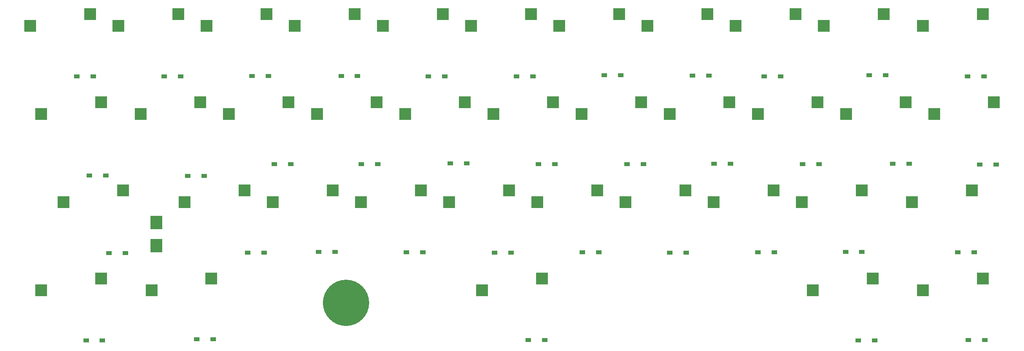
<source format=gbr>
%TF.GenerationSoftware,KiCad,Pcbnew,7.0.8*%
%TF.CreationDate,2024-11-13T13:09:42+09:00*%
%TF.ProjectId,cool337,636f6f6c-3333-4372-9e6b-696361645f70,rev?*%
%TF.SameCoordinates,Original*%
%TF.FileFunction,Paste,Bot*%
%TF.FilePolarity,Positive*%
%FSLAX46Y46*%
G04 Gerber Fmt 4.6, Leading zero omitted, Abs format (unit mm)*
G04 Created by KiCad (PCBNEW 7.0.8) date 2024-11-13 13:09:42*
%MOMM*%
%LPD*%
G01*
G04 APERTURE LIST*
%ADD10R,1.300000X0.950000*%
%ADD11R,2.550000X2.500000*%
%ADD12C,10.000000*%
%ADD13R,2.600000X3.000000*%
G04 APERTURE END LIST*
D10*
%TO.C,D6*%
X97945000Y-8330000D03*
X101495000Y-8330000D03*
%TD*%
D11*
%TO.C,SW35*%
X90546250Y-54610000D03*
X103473250Y-52070000D03*
%TD*%
%TO.C,SW22*%
X188177500Y-16510000D03*
X201104500Y-13970000D03*
%TD*%
D10*
%TO.C,D20*%
X159790000Y-27290000D03*
X163340000Y-27290000D03*
%TD*%
D11*
%TO.C,SW13*%
X16727500Y-16510000D03*
X29654500Y-13970000D03*
%TD*%
%TO.C,SW3*%
X31015000Y2540000D03*
X43942000Y5080000D03*
%TD*%
%TO.C,SW1*%
X-7085000Y2540000D03*
X5842000Y5080000D03*
%TD*%
%TO.C,SW19*%
X131027500Y-16510000D03*
X143954500Y-13970000D03*
%TD*%
D10*
%TO.C,D7*%
X116955000Y-8080000D03*
X120505000Y-8080000D03*
%TD*%
%TO.C,D31*%
X169045000Y-46320000D03*
X172595000Y-46320000D03*
%TD*%
D12*
%TO.C,BT1*%
X61130000Y-57260000D03*
%TD*%
D11*
%TO.C,SW10*%
X164365000Y2540000D03*
X177292000Y5080000D03*
%TD*%
%TO.C,SW26*%
X64352500Y-35560000D03*
X77279500Y-33020000D03*
%TD*%
%TO.C,SW36*%
X161983750Y-54610000D03*
X174910750Y-52070000D03*
%TD*%
D10*
%TO.C,D8*%
X135965000Y-8200000D03*
X139515000Y-8200000D03*
%TD*%
%TO.C,D22*%
X198040000Y-27410000D03*
X201590000Y-27410000D03*
%TD*%
%TO.C,D34*%
X28860000Y-65170000D03*
X32410000Y-65170000D03*
%TD*%
%TO.C,D29*%
X131035000Y-46420000D03*
X134585000Y-46420000D03*
%TD*%
D11*
%TO.C,SW11*%
X185796250Y2540000D03*
X198723250Y5080000D03*
%TD*%
%TO.C,SW29*%
X121502500Y-35560000D03*
X134429500Y-33020000D03*
%TD*%
D10*
%TO.C,D23*%
X9885000Y-46520000D03*
X13435000Y-46520000D03*
%TD*%
D11*
%TO.C,SW32*%
X183415000Y-35560000D03*
X196342000Y-33020000D03*
%TD*%
%TO.C,SW17*%
X92927500Y-16510000D03*
X105854500Y-13970000D03*
%TD*%
D10*
%TO.C,D24*%
X39845000Y-46460000D03*
X43395000Y-46460000D03*
%TD*%
D11*
%TO.C,SW15*%
X54827500Y-16510000D03*
X67754500Y-13970000D03*
%TD*%
%TO.C,SW31*%
X159602500Y-35560000D03*
X172529500Y-33020000D03*
%TD*%
D10*
%TO.C,D32*%
X193310000Y-46390000D03*
X196860000Y-46390000D03*
%TD*%
D11*
%TO.C,SW12*%
X-4703750Y-16510000D03*
X8223250Y-13970000D03*
%TD*%
D10*
%TO.C,D26*%
X74190000Y-46340000D03*
X77740000Y-46340000D03*
%TD*%
%TO.C,D15*%
X64460000Y-27330000D03*
X68010000Y-27330000D03*
%TD*%
D11*
%TO.C,SW9*%
X145315000Y2540000D03*
X158242000Y5080000D03*
%TD*%
D10*
%TO.C,D2*%
X21880000Y-8330000D03*
X25430000Y-8330000D03*
%TD*%
D11*
%TO.C,SW8*%
X126265000Y2540000D03*
X139192000Y5080000D03*
%TD*%
%TO.C,SW30*%
X140552500Y-35560000D03*
X153479500Y-33020000D03*
%TD*%
D10*
%TO.C,D12*%
X5695000Y-29750000D03*
X9245000Y-29750000D03*
%TD*%
D11*
%TO.C,SW25*%
X45302500Y-35560000D03*
X58229500Y-33020000D03*
%TD*%
%TO.C,SW34*%
X19108750Y-54610000D03*
X32035750Y-52070000D03*
%TD*%
D10*
%TO.C,D36*%
X171775000Y-65420000D03*
X175325000Y-65420000D03*
%TD*%
%TO.C,D25*%
X55185000Y-46280000D03*
X58735000Y-46280000D03*
%TD*%
D11*
%TO.C,SW23*%
X58750Y-35560000D03*
X12985750Y-33020000D03*
%TD*%
D10*
%TO.C,D3*%
X40835000Y-8240000D03*
X44385000Y-8240000D03*
%TD*%
%TO.C,D10*%
X174145000Y-8140000D03*
X177695000Y-8140000D03*
%TD*%
%TO.C,D35*%
X100495000Y-65360000D03*
X104045000Y-65360000D03*
%TD*%
D11*
%TO.C,SW4*%
X50065000Y2540000D03*
X62992000Y5080000D03*
%TD*%
D10*
%TO.C,D5*%
X78945000Y-8360000D03*
X82495000Y-8360000D03*
%TD*%
%TO.C,D30*%
X150155000Y-46370000D03*
X153705000Y-46370000D03*
%TD*%
%TO.C,D1*%
X2955000Y-8330000D03*
X6505000Y-8330000D03*
%TD*%
%TO.C,D19*%
X140650000Y-27260000D03*
X144200000Y-27260000D03*
%TD*%
%TO.C,D18*%
X121870000Y-27350000D03*
X125420000Y-27350000D03*
%TD*%
%TO.C,D14*%
X45670000Y-27340000D03*
X49220000Y-27340000D03*
%TD*%
D11*
%TO.C,SW2*%
X11965000Y2540000D03*
X24892000Y5080000D03*
%TD*%
%TO.C,SW21*%
X169127500Y-16510000D03*
X182054500Y-13970000D03*
%TD*%
D10*
%TO.C,D13*%
X26915000Y-29880000D03*
X30465000Y-29880000D03*
%TD*%
%TO.C,D37*%
X195590000Y-65370000D03*
X199140000Y-65370000D03*
%TD*%
%TO.C,D9*%
X151455000Y-8350000D03*
X155005000Y-8350000D03*
%TD*%
D11*
%TO.C,SW37*%
X185796250Y-54610000D03*
X198723250Y-52070000D03*
%TD*%
D10*
%TO.C,D4*%
X60075000Y-8310000D03*
X63625000Y-8310000D03*
%TD*%
D11*
%TO.C,SW6*%
X88165000Y2540000D03*
X101092000Y5080000D03*
%TD*%
D10*
%TO.C,D33*%
X4960000Y-65430000D03*
X8510000Y-65430000D03*
%TD*%
D11*
%TO.C,SW20*%
X150077500Y-16510000D03*
X163004500Y-13970000D03*
%TD*%
%TO.C,SW14*%
X35777500Y-16510000D03*
X48704500Y-13970000D03*
%TD*%
%TO.C,SW5*%
X69115000Y2540000D03*
X82042000Y5080000D03*
%TD*%
%TO.C,SW16*%
X73877500Y-16510000D03*
X86804500Y-13970000D03*
%TD*%
%TO.C,SW18*%
X111977500Y-16510000D03*
X124904500Y-13970000D03*
%TD*%
D10*
%TO.C,D11*%
X195455000Y-8340000D03*
X199005000Y-8340000D03*
%TD*%
D11*
%TO.C,SW27*%
X83402500Y-35560000D03*
X96329500Y-33020000D03*
%TD*%
D10*
%TO.C,D17*%
X102740000Y-27320000D03*
X106290000Y-27320000D03*
%TD*%
%TO.C,D27*%
X93190000Y-46470000D03*
X96740000Y-46470000D03*
%TD*%
D11*
%TO.C,SW28*%
X102452500Y-35560000D03*
X115379500Y-33020000D03*
%TD*%
%TO.C,SW33*%
X-4703750Y-54610000D03*
X8223250Y-52070000D03*
%TD*%
D10*
%TO.C,D16*%
X83650000Y-27190000D03*
X87200000Y-27190000D03*
%TD*%
D11*
%TO.C,SW7*%
X107215000Y2540000D03*
X120142000Y5080000D03*
%TD*%
D10*
%TO.C,D21*%
X179230000Y-27280000D03*
X182780000Y-27280000D03*
%TD*%
%TO.C,D28*%
X112220000Y-46360000D03*
X115770000Y-46360000D03*
%TD*%
D11*
%TO.C,SW24*%
X26252500Y-35560000D03*
X39179500Y-33020000D03*
%TD*%
D13*
%TO.C,C2*%
X20160000Y-44900000D03*
X20160000Y-39900000D03*
%TD*%
M02*

</source>
